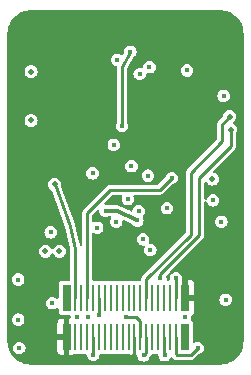
<source format=gbr>
%TF.GenerationSoftware,KiCad,Pcbnew,8.0.0*%
%TF.CreationDate,2024-02-29T09:48:21+03:00*%
%TF.ProjectId,micro17,6d696372-6f31-4372-9e6b-696361645f70,rev?*%
%TF.SameCoordinates,Original*%
%TF.FileFunction,Copper,L4,Bot*%
%TF.FilePolarity,Positive*%
%FSLAX46Y46*%
G04 Gerber Fmt 4.6, Leading zero omitted, Abs format (unit mm)*
G04 Created by KiCad (PCBNEW 8.0.0) date 2024-02-29 09:48:21*
%MOMM*%
%LPD*%
G01*
G04 APERTURE LIST*
%TA.AperFunction,SMDPad,CuDef*%
%ADD10R,0.750000X2.300000*%
%TD*%
%TA.AperFunction,SMDPad,CuDef*%
%ADD11R,0.250000X2.300000*%
%TD*%
%TA.AperFunction,ViaPad*%
%ADD12C,0.450000*%
%TD*%
%TA.AperFunction,ViaPad*%
%ADD13C,0.500000*%
%TD*%
%TA.AperFunction,Conductor*%
%ADD14C,0.250000*%
%TD*%
%TA.AperFunction,Conductor*%
%ADD15C,0.300000*%
%TD*%
G04 APERTURE END LIST*
D10*
%TO.P,J5,1,Pin_1*%
%TO.N,unconnected-(J5-Pin_1-Pad1)*%
X195000000Y-77650000D03*
%TO.P,J5,2,Pin_2*%
%TO.N,GND*%
X195000000Y-74350000D03*
D11*
%TO.P,J5,3,Pin_3*%
%TO.N,PTT_IN*%
X194250000Y-77650000D03*
%TO.P,J5,4,Pin_4*%
%TO.N,PTT_OUT*%
X194250000Y-74350000D03*
%TO.P,J5,5,Pin_5*%
%TO.N,unconnected-(J5-Pin_5-Pad5)*%
X193750000Y-77650000D03*
%TO.P,J5,6,Pin_6*%
%TO.N,unconnected-(J5-Pin_6-Pad6)*%
X193750000Y-74350000D03*
%TO.P,J5,7,Pin_7*%
%TO.N,AUDIO_IN*%
X193250000Y-77650000D03*
%TO.P,J5,8,Pin_8*%
%TO.N,unconnected-(J5-Pin_8-Pad8)*%
X193250000Y-74350000D03*
%TO.P,J5,9,Pin_9*%
%TO.N,unconnected-(J5-Pin_9-Pad9)*%
X192750000Y-77650000D03*
%TO.P,J5,10,Pin_10*%
%TO.N,unconnected-(J5-Pin_10-Pad10)*%
X192750000Y-74350000D03*
%TO.P,J5,11,Pin_11*%
%TO.N,unconnected-(J5-Pin_11-Pad11)*%
X192250000Y-77650000D03*
%TO.P,J5,12,Pin_12*%
%TO.N,unconnected-(J5-Pin_12-Pad12)*%
X192250000Y-74350000D03*
%TO.P,J5,13,Pin_13*%
%TO.N,BASEBAND_OUT_FILT*%
X191750000Y-77650000D03*
%TO.P,J5,14,Pin_14*%
%TO.N,MCU_RX*%
X191750000Y-74350000D03*
%TO.P,J5,15,Pin_15*%
%TO.N,MCU_TX*%
X191250000Y-77650000D03*
%TO.P,J5,16,Pin_16*%
%TO.N,unconnected-(J5-Pin_16-Pad16)*%
X191250000Y-74350000D03*
%TO.P,J5,17,Pin_17*%
%TO.N,GND*%
X190750000Y-77650000D03*
%TO.P,J5,18,Pin_18*%
%TO.N,unconnected-(J5-Pin_18-Pad18)*%
X190750000Y-74350000D03*
%TO.P,J5,19,Pin_19*%
%TO.N,unconnected-(J5-Pin_19-Pad19)*%
X190250000Y-77650000D03*
%TO.P,J5,20,Pin_20*%
%TO.N,unconnected-(J5-Pin_20-Pad20)*%
X190250000Y-74350000D03*
%TO.P,J5,21,Pin_21*%
%TO.N,unconnected-(J5-Pin_21-Pad21)*%
X189750000Y-77650000D03*
%TO.P,J5,22,Pin_22*%
%TO.N,unconnected-(J5-Pin_22-Pad22)*%
X189750000Y-74350000D03*
%TO.P,J5,23,Pin_23*%
%TO.N,unconnected-(J5-Pin_23-Pad23)*%
X189250000Y-77650000D03*
%TO.P,J5,24,Pin_24*%
%TO.N,unconnected-(J5-Pin_24-Pad24)*%
X189250000Y-74350000D03*
%TO.P,J5,25,Pin_25*%
%TO.N,unconnected-(J5-Pin_25-Pad25)*%
X188750000Y-77650000D03*
%TO.P,J5,26,Pin_26*%
%TO.N,unconnected-(J5-Pin_26-Pad26)*%
X188750000Y-74350000D03*
%TO.P,J5,27,Pin_27*%
%TO.N,unconnected-(J5-Pin_27-Pad27)*%
X188250000Y-77650000D03*
%TO.P,J5,28,Pin_28*%
%TO.N,unconnected-(J5-Pin_28-Pad28)*%
X188250000Y-74350000D03*
%TO.P,J5,29,Pin_29*%
%TO.N,unconnected-(J5-Pin_29-Pad29)*%
X187750000Y-77650000D03*
%TO.P,J5,30,Pin_30*%
%TO.N,AUDIO_OUT_FILT*%
X187750000Y-74350000D03*
%TO.P,J5,31,Pin_31*%
%TO.N,BASEBAND_IN*%
X187250000Y-77650000D03*
%TO.P,J5,32,Pin_32*%
%TO.N,unconnected-(J5-Pin_32-Pad32)*%
X187250000Y-74350000D03*
%TO.P,J5,33,Pin_33*%
%TO.N,unconnected-(J5-Pin_33-Pad33)*%
X186750000Y-77650000D03*
%TO.P,J5,34,Pin_34*%
%TO.N,AUDIO_OUT_MUTE*%
X186750000Y-74350000D03*
%TO.P,J5,35,Pin_35*%
%TO.N,unconnected-(J5-Pin_35-Pad35)*%
X186250000Y-77650000D03*
%TO.P,J5,36,Pin_36*%
%TO.N,unconnected-(J5-Pin_36-Pad36)*%
X186250000Y-74350000D03*
%TO.P,J5,37,Pin_37*%
%TO.N,unconnected-(J5-Pin_37-Pad37)*%
X185750000Y-77650000D03*
%TO.P,J5,38,Pin_38*%
%TO.N,Net-(J5-Pin_38)*%
X185750000Y-74350000D03*
D10*
%TO.P,J5,39,Pin_39*%
%TO.N,GND*%
X185000000Y-77650000D03*
%TO.P,J5,40,Pin_40*%
%TO.N,unconnected-(J5-Pin_40-Pad40)*%
X185000000Y-74350000D03*
%TD*%
D12*
%TO.N,GND*%
X191000000Y-71900000D03*
D13*
X183000000Y-53000000D03*
X197000000Y-73000000D03*
X182000000Y-75250000D03*
X180750000Y-70000000D03*
X181000000Y-68500000D03*
X188750000Y-69500000D03*
X198250000Y-65750000D03*
X198750000Y-63250000D03*
X183000000Y-73000000D03*
X181000000Y-75000000D03*
X199100000Y-79100000D03*
X199000000Y-53000000D03*
X199000000Y-51000000D03*
X185000000Y-55000000D03*
X187000000Y-55000000D03*
X181000000Y-65000000D03*
X181000000Y-63000000D03*
X181000000Y-61000000D03*
X181000000Y-59000000D03*
X181000000Y-57000000D03*
X181000000Y-55000000D03*
X181000000Y-53000000D03*
X185000000Y-53000000D03*
X187000000Y-53000000D03*
X187000000Y-51000000D03*
X185000000Y-51000000D03*
X183000000Y-51000000D03*
X181000000Y-51000000D03*
X185000000Y-60000000D03*
D12*
X186500000Y-79400000D03*
X182960000Y-59312499D03*
X183960000Y-60012499D03*
%TO.N,PTT_IN*%
X196100000Y-78600000D03*
%TO.N,GND*%
X192000000Y-57500000D03*
X197300000Y-72000000D03*
D13*
X189700000Y-79500000D03*
D12*
X194000000Y-61500000D03*
X192000000Y-59500000D03*
X194000000Y-57300000D03*
X197800000Y-78400000D03*
X189000000Y-64500000D03*
X186100000Y-68400000D03*
X196000000Y-59500000D03*
X196000000Y-61500000D03*
X190300000Y-55300000D03*
X194400000Y-54800000D03*
X191400000Y-68500000D03*
X192000000Y-61500000D03*
X198800000Y-54600000D03*
X196000000Y-57500000D03*
X196400000Y-74700000D03*
D13*
X182300000Y-70300000D03*
D12*
X194800000Y-65900000D03*
%TO.N,+3V3*%
X191200000Y-55400000D03*
X198300000Y-57250000D03*
D13*
X182000000Y-55212499D03*
D12*
X187200000Y-63800000D03*
D13*
X197350000Y-64290000D03*
D12*
X183650000Y-68800000D03*
X183800000Y-74800000D03*
%TO.N,+5V*%
X197400000Y-66100000D03*
X189200000Y-67900000D03*
X191475000Y-69397760D03*
D13*
X182000000Y-59312499D03*
D12*
X195000000Y-76000000D03*
%TO.N,Net-(U4B-+)*%
X191000000Y-67800000D03*
X188301409Y-66976409D03*
%TO.N,/MCU/~{RST}*%
X190400000Y-53500000D03*
X189700000Y-59800000D03*
%TO.N,Net-(C16-Pad2)*%
X190200000Y-66000000D03*
X187600000Y-68400000D03*
%TO.N,Net-(U5A-P0A)*%
X180900000Y-76200000D03*
X192100000Y-70300000D03*
X193501316Y-66750000D03*
%TO.N,Net-(U5B-P1A)*%
X180900000Y-72800000D03*
X198100000Y-67900000D03*
%TO.N,Net-(U5C-P2W)*%
X198467935Y-74499604D03*
X185900000Y-76000000D03*
%TO.N,I2C_SDA*%
X192023768Y-54823768D03*
D13*
X183200000Y-70400000D03*
D12*
%TO.N,PTT_OUT*%
X191900000Y-64000000D03*
X194250000Y-72700000D03*
%TO.N,AUDIO_OUT_MUTE*%
X193900000Y-64200000D03*
%TO.N,BASEBAND_IN_FILT*%
X189000000Y-61400000D03*
X191100000Y-67000000D03*
%TO.N,BASEBAND_OUT*%
X190500000Y-63200000D03*
X186800000Y-76000000D03*
%TO.N,I2C_SCL*%
X195200000Y-55100000D03*
D13*
X184400000Y-70400000D03*
D12*
%TO.N,AUDIO_OUT_FILT*%
X187750000Y-75775000D03*
X181000000Y-78597151D03*
%TO.N,BASEBAND_IN*%
X187250000Y-79150000D03*
%TO.N,BASEBAND_OUT_FILT*%
X191525000Y-79225000D03*
%TO.N,AUDIO_IN*%
X193300000Y-79200000D03*
%TO.N,PTT_IN*%
X189300000Y-54200000D03*
%TO.N,MCU_TX*%
X190000000Y-75950000D03*
D13*
X198900000Y-60100000D03*
D12*
X192950000Y-72700000D03*
D13*
%TO.N,MCU_RX*%
X198800000Y-59000000D03*
%TO.N,Net-(J5-Pin_38)*%
X184000000Y-64750000D03*
%TD*%
D14*
%TO.N,MCU_TX*%
X192950000Y-72350000D02*
X192950000Y-72700000D01*
X196250000Y-69050000D02*
X192950000Y-72350000D01*
X196250000Y-64172867D02*
X196250000Y-69050000D01*
X198900000Y-61522867D02*
X196250000Y-64172867D01*
X198900000Y-60100000D02*
X198900000Y-61522867D01*
%TO.N,MCU_RX*%
X198200000Y-59600000D02*
X198800000Y-59000000D01*
X195500000Y-69000000D02*
X195500000Y-63750000D01*
X191750000Y-72750000D02*
X195500000Y-69000000D01*
X195500000Y-63750000D02*
X198200000Y-61050000D01*
X198200000Y-61050000D02*
X198200000Y-59600000D01*
X191750000Y-74350000D02*
X191750000Y-72750000D01*
%TO.N,/MCU/~{RST}*%
X189700000Y-54800000D02*
X190400000Y-53500000D01*
X189700000Y-59800000D02*
X189700000Y-54800000D01*
%TO.N,Net-(J5-Pin_38)*%
X184000000Y-64750000D02*
X185300000Y-68250000D01*
X185300000Y-68250000D02*
X185750000Y-70250000D01*
X185750000Y-70250000D02*
X185750000Y-74350000D01*
D15*
%TO.N,Net-(U4B-+)*%
X189250000Y-66976409D02*
X191000000Y-67800000D01*
X188301409Y-66976409D02*
X189250000Y-66976409D01*
D14*
%TO.N,AUDIO_OUT_MUTE*%
X186750000Y-67150000D02*
X186750000Y-74350000D01*
X188700000Y-65200000D02*
X186750000Y-67150000D01*
X193900000Y-64200000D02*
X192900000Y-65200000D01*
X192900000Y-65200000D02*
X188700000Y-65200000D01*
%TO.N,MCU_TX*%
X190875000Y-75950000D02*
X191250000Y-76325000D01*
X190000000Y-75950000D02*
X190875000Y-75950000D01*
X191250000Y-76325000D02*
X191250000Y-77650000D01*
%TO.N,GND*%
X190750000Y-79075000D02*
X190325000Y-79500000D01*
X190325000Y-79500000D02*
X189700000Y-79500000D01*
X190750000Y-77650000D02*
X190750000Y-79075000D01*
%TO.N,PTT_OUT*%
X194250000Y-72700000D02*
X194250000Y-74350000D01*
%TO.N,AUDIO_OUT_FILT*%
X187750000Y-75775000D02*
X187750000Y-74350000D01*
%TO.N,BASEBAND_IN*%
X187250000Y-79150000D02*
X187250000Y-77650000D01*
%TO.N,BASEBAND_OUT_FILT*%
X191750000Y-79050000D02*
X191750000Y-77650000D01*
X191525000Y-79225000D02*
X191750000Y-79050000D01*
%TO.N,AUDIO_IN*%
X193250000Y-79150000D02*
X193300000Y-79200000D01*
X193250000Y-77650000D02*
X193250000Y-79150000D01*
%TO.N,PTT_IN*%
X194375000Y-79200000D02*
X195500000Y-79200000D01*
X194250000Y-79075000D02*
X194375000Y-79200000D01*
X194250000Y-77650000D02*
X194250000Y-79075000D01*
X195500000Y-79200000D02*
X196100000Y-78600000D01*
%TD*%
%TA.AperFunction,Conductor*%
%TO.N,GND*%
G36*
X198003886Y-50000277D02*
G01*
X198276859Y-50019801D01*
X198292237Y-50022011D01*
X198555845Y-50079356D01*
X198570764Y-50083736D01*
X198823532Y-50178014D01*
X198837676Y-50184474D01*
X199074440Y-50313757D01*
X199087523Y-50322165D01*
X199303476Y-50483826D01*
X199315230Y-50494010D01*
X199505989Y-50684769D01*
X199516173Y-50696523D01*
X199677834Y-50912476D01*
X199686242Y-50925559D01*
X199815525Y-51162323D01*
X199821986Y-51176469D01*
X199916262Y-51429233D01*
X199920643Y-51444155D01*
X199977986Y-51707754D01*
X199980199Y-51723148D01*
X199999722Y-51996113D01*
X200000000Y-52003889D01*
X200000000Y-77996110D01*
X199999722Y-78003886D01*
X199980199Y-78276851D01*
X199977986Y-78292245D01*
X199920643Y-78555844D01*
X199916262Y-78570766D01*
X199821986Y-78823530D01*
X199815525Y-78837676D01*
X199686242Y-79074440D01*
X199677834Y-79087523D01*
X199516173Y-79303476D01*
X199505989Y-79315230D01*
X199315230Y-79505989D01*
X199303476Y-79516173D01*
X199087523Y-79677834D01*
X199074440Y-79686242D01*
X198837676Y-79815525D01*
X198823530Y-79821986D01*
X198570766Y-79916262D01*
X198555844Y-79920643D01*
X198292245Y-79977986D01*
X198276851Y-79980199D01*
X198003887Y-79999722D01*
X197996111Y-80000000D01*
X182003889Y-80000000D01*
X181996113Y-79999722D01*
X181723148Y-79980199D01*
X181707754Y-79977986D01*
X181444155Y-79920643D01*
X181429233Y-79916262D01*
X181176469Y-79821986D01*
X181162323Y-79815525D01*
X180925559Y-79686242D01*
X180912476Y-79677834D01*
X180696523Y-79516173D01*
X180684769Y-79505989D01*
X180494010Y-79315230D01*
X180483826Y-79303476D01*
X180477309Y-79294771D01*
X180322165Y-79087523D01*
X180313757Y-79074440D01*
X180184474Y-78837676D01*
X180178013Y-78823530D01*
X180145805Y-78737178D01*
X180093579Y-78597153D01*
X180469965Y-78597153D01*
X180488024Y-78734329D01*
X180488026Y-78734336D01*
X180540974Y-78862165D01*
X180540976Y-78862169D01*
X180589300Y-78925146D01*
X180625209Y-78971942D01*
X180625213Y-78971945D01*
X180625214Y-78971946D01*
X180628914Y-78974785D01*
X180734982Y-79056175D01*
X180793475Y-79080403D01*
X180862814Y-79109124D01*
X180862821Y-79109126D01*
X180999997Y-79127186D01*
X181000000Y-79127186D01*
X181000003Y-79127186D01*
X181137178Y-79109126D01*
X181137180Y-79109125D01*
X181137183Y-79109125D01*
X181265018Y-79056175D01*
X181374791Y-78971942D01*
X181459024Y-78862169D01*
X181471734Y-78831483D01*
X184225001Y-78831483D01*
X184239834Y-78925146D01*
X184297359Y-79038045D01*
X184386954Y-79127640D01*
X184499854Y-79185165D01*
X184593518Y-79199999D01*
X184750000Y-79199999D01*
X184750000Y-77900001D01*
X184749999Y-77900000D01*
X184225002Y-77900000D01*
X184225001Y-77900001D01*
X184225001Y-78831483D01*
X181471734Y-78831483D01*
X181511974Y-78734334D01*
X181529661Y-78599997D01*
X181530035Y-78597153D01*
X181530035Y-78597148D01*
X181511975Y-78459972D01*
X181511973Y-78459965D01*
X181459023Y-78332132D01*
X181374795Y-78222365D01*
X181374794Y-78222364D01*
X181374791Y-78222360D01*
X181374786Y-78222356D01*
X181374785Y-78222355D01*
X181265018Y-78138127D01*
X181265014Y-78138125D01*
X181137185Y-78085177D01*
X181137178Y-78085175D01*
X181000003Y-78067116D01*
X180999997Y-78067116D01*
X180862821Y-78085175D01*
X180862814Y-78085177D01*
X180734981Y-78138127D01*
X180625214Y-78222355D01*
X180625204Y-78222365D01*
X180540976Y-78332132D01*
X180488026Y-78459965D01*
X180488024Y-78459972D01*
X180469965Y-78597148D01*
X180469965Y-78597153D01*
X180093579Y-78597153D01*
X180083736Y-78570764D01*
X180079356Y-78555844D01*
X180059120Y-78462821D01*
X180022011Y-78292237D01*
X180019801Y-78276859D01*
X180000278Y-78003886D01*
X180000000Y-77996110D01*
X180000000Y-77399999D01*
X184225000Y-77399999D01*
X184225001Y-77400000D01*
X184749999Y-77400000D01*
X184750000Y-77399999D01*
X184750000Y-76100001D01*
X184749999Y-76100000D01*
X184593522Y-76100000D01*
X184593516Y-76100001D01*
X184499853Y-76114834D01*
X184386954Y-76172359D01*
X184297359Y-76261954D01*
X184239834Y-76374853D01*
X184239834Y-76374854D01*
X184225000Y-76468517D01*
X184225000Y-77399999D01*
X180000000Y-77399999D01*
X180000000Y-76200002D01*
X180369965Y-76200002D01*
X180388024Y-76337178D01*
X180388026Y-76337185D01*
X180436885Y-76455141D01*
X180440976Y-76465018D01*
X180525209Y-76574791D01*
X180634982Y-76659024D01*
X180698899Y-76685499D01*
X180762814Y-76711973D01*
X180762821Y-76711975D01*
X180899997Y-76730035D01*
X180900000Y-76730035D01*
X180900003Y-76730035D01*
X181037178Y-76711975D01*
X181037180Y-76711974D01*
X181037183Y-76711974D01*
X181165018Y-76659024D01*
X181274791Y-76574791D01*
X181359024Y-76465018D01*
X181411974Y-76337183D01*
X181421879Y-76261954D01*
X181430035Y-76200002D01*
X181430035Y-76199997D01*
X181411975Y-76062821D01*
X181411973Y-76062814D01*
X181379541Y-75984515D01*
X181359024Y-75934983D01*
X181359023Y-75934982D01*
X181359023Y-75934981D01*
X181274795Y-75825214D01*
X181274794Y-75825213D01*
X181274791Y-75825209D01*
X181274786Y-75825205D01*
X181274785Y-75825204D01*
X181165018Y-75740976D01*
X181165014Y-75740974D01*
X181037185Y-75688026D01*
X181037178Y-75688024D01*
X180900003Y-75669965D01*
X180899997Y-75669965D01*
X180762821Y-75688024D01*
X180762814Y-75688026D01*
X180634981Y-75740976D01*
X180525214Y-75825204D01*
X180525204Y-75825214D01*
X180440976Y-75934981D01*
X180388026Y-76062814D01*
X180388024Y-76062821D01*
X180369965Y-76199997D01*
X180369965Y-76200002D01*
X180000000Y-76200002D01*
X180000000Y-74800002D01*
X183269965Y-74800002D01*
X183288024Y-74937178D01*
X183288026Y-74937185D01*
X183340974Y-75065014D01*
X183340976Y-75065018D01*
X183423052Y-75171981D01*
X183425209Y-75174791D01*
X183534982Y-75259024D01*
X183587903Y-75280944D01*
X183662814Y-75311973D01*
X183662821Y-75311975D01*
X183799997Y-75330035D01*
X183800000Y-75330035D01*
X183800003Y-75330035D01*
X183937178Y-75311975D01*
X183937180Y-75311974D01*
X183937183Y-75311974D01*
X184065018Y-75259024D01*
X184149148Y-75194467D01*
X184212645Y-75171981D01*
X184277237Y-75191113D01*
X184318247Y-75244558D01*
X184324500Y-75280944D01*
X184324500Y-75544858D01*
X184324502Y-75544879D01*
X184327414Y-75569988D01*
X184327414Y-75569990D01*
X184327415Y-75569991D01*
X184372794Y-75672765D01*
X184452235Y-75752206D01*
X184555009Y-75797585D01*
X184580135Y-75800500D01*
X185271939Y-75800499D01*
X185336007Y-75821316D01*
X185375604Y-75875816D01*
X185380006Y-75923727D01*
X185369276Y-76005228D01*
X185340275Y-76066031D01*
X185281072Y-76098175D01*
X185261209Y-76100000D01*
X185250001Y-76100000D01*
X185250000Y-76100001D01*
X185250000Y-79199998D01*
X185250001Y-79199999D01*
X185406478Y-79199999D01*
X185406483Y-79199998D01*
X185500146Y-79185165D01*
X185613048Y-79127638D01*
X185619987Y-79122598D01*
X185622029Y-79125409D01*
X185668286Y-79101841D01*
X185685328Y-79100499D01*
X185919864Y-79100499D01*
X185928088Y-79099545D01*
X185944987Y-79097586D01*
X185944988Y-79097585D01*
X185944991Y-79097585D01*
X185955971Y-79092736D01*
X186022986Y-79085899D01*
X186044024Y-79092735D01*
X186055009Y-79097585D01*
X186080135Y-79100500D01*
X186419864Y-79100499D01*
X186428088Y-79099545D01*
X186444987Y-79097586D01*
X186444988Y-79097585D01*
X186444991Y-79097585D01*
X186455971Y-79092736D01*
X186522986Y-79085899D01*
X186544024Y-79092735D01*
X186555009Y-79097585D01*
X186580135Y-79100500D01*
X186617856Y-79100499D01*
X186681923Y-79121315D01*
X186721521Y-79175814D01*
X186725924Y-79195271D01*
X186738024Y-79287177D01*
X186738026Y-79287185D01*
X186790974Y-79415014D01*
X186790976Y-79415018D01*
X186860781Y-79505989D01*
X186875209Y-79524791D01*
X186875213Y-79524794D01*
X186875214Y-79524795D01*
X186895663Y-79540486D01*
X186984982Y-79609024D01*
X187048899Y-79635499D01*
X187112814Y-79661973D01*
X187112821Y-79661975D01*
X187249997Y-79680035D01*
X187250000Y-79680035D01*
X187250003Y-79680035D01*
X187387178Y-79661975D01*
X187387180Y-79661974D01*
X187387183Y-79661974D01*
X187515018Y-79609024D01*
X187624791Y-79524791D01*
X187709024Y-79415018D01*
X187761974Y-79287183D01*
X187761975Y-79287177D01*
X187774075Y-79195272D01*
X187803076Y-79134468D01*
X187862278Y-79102324D01*
X187882142Y-79100499D01*
X187919858Y-79100499D01*
X187919864Y-79100499D01*
X187928088Y-79099545D01*
X187944987Y-79097586D01*
X187944988Y-79097585D01*
X187944991Y-79097585D01*
X187955971Y-79092736D01*
X188022986Y-79085899D01*
X188044024Y-79092735D01*
X188055009Y-79097585D01*
X188080135Y-79100500D01*
X188419864Y-79100499D01*
X188428088Y-79099545D01*
X188444987Y-79097586D01*
X188444988Y-79097585D01*
X188444991Y-79097585D01*
X188455971Y-79092736D01*
X188522986Y-79085899D01*
X188544024Y-79092735D01*
X188555009Y-79097585D01*
X188580135Y-79100500D01*
X188919864Y-79100499D01*
X188928088Y-79099545D01*
X188944987Y-79097586D01*
X188944988Y-79097585D01*
X188944991Y-79097585D01*
X188955971Y-79092736D01*
X189022986Y-79085899D01*
X189044024Y-79092735D01*
X189055009Y-79097585D01*
X189080135Y-79100500D01*
X189419864Y-79100499D01*
X189428088Y-79099545D01*
X189444987Y-79097586D01*
X189444988Y-79097585D01*
X189444991Y-79097585D01*
X189455971Y-79092736D01*
X189522986Y-79085899D01*
X189544024Y-79092735D01*
X189555009Y-79097585D01*
X189580135Y-79100500D01*
X189919864Y-79100499D01*
X189928088Y-79099545D01*
X189944987Y-79097586D01*
X189944988Y-79097585D01*
X189944991Y-79097585D01*
X189955971Y-79092736D01*
X190022986Y-79085899D01*
X190044024Y-79092735D01*
X190055009Y-79097585D01*
X190080135Y-79100500D01*
X190314663Y-79100499D01*
X190378731Y-79121316D01*
X190381481Y-79123664D01*
X190386951Y-79127639D01*
X190499854Y-79185165D01*
X190593519Y-79199999D01*
X190625000Y-79199999D01*
X190625000Y-79000754D01*
X190634285Y-78956731D01*
X190650288Y-78920488D01*
X190695206Y-78870290D01*
X190761056Y-78856079D01*
X190822682Y-78883288D01*
X190849711Y-78920488D01*
X190865712Y-78956725D01*
X190875000Y-79000754D01*
X190875000Y-79199998D01*
X190875001Y-79199999D01*
X190896083Y-79199999D01*
X190960152Y-79220816D01*
X190999748Y-79275316D01*
X191004150Y-79294771D01*
X191013024Y-79362178D01*
X191013026Y-79362185D01*
X191065974Y-79490014D01*
X191065976Y-79490018D01*
X191131028Y-79574795D01*
X191150209Y-79599791D01*
X191150213Y-79599794D01*
X191150214Y-79599795D01*
X191162243Y-79609025D01*
X191259982Y-79684024D01*
X191265337Y-79686242D01*
X191387814Y-79736973D01*
X191387821Y-79736975D01*
X191524997Y-79755035D01*
X191525000Y-79755035D01*
X191525003Y-79755035D01*
X191662178Y-79736975D01*
X191662180Y-79736974D01*
X191662183Y-79736974D01*
X191790018Y-79684024D01*
X191899791Y-79599791D01*
X191984024Y-79490018D01*
X192023703Y-79394219D01*
X192051558Y-79357679D01*
X192050429Y-79356565D01*
X192055445Y-79351481D01*
X192055450Y-79351478D01*
X192067053Y-79336147D01*
X192076880Y-79324866D01*
X192090485Y-79311263D01*
X192101859Y-79291560D01*
X192109344Y-79280281D01*
X192123068Y-79262152D01*
X192123071Y-79262146D01*
X192130312Y-79244334D01*
X192136883Y-79230896D01*
X192146503Y-79214237D01*
X192152392Y-79192256D01*
X192156698Y-79179435D01*
X192161169Y-79168438D01*
X192204587Y-79116932D01*
X192262140Y-79100499D01*
X192419858Y-79100499D01*
X192419864Y-79100499D01*
X192428088Y-79099545D01*
X192444987Y-79097586D01*
X192444988Y-79097585D01*
X192444991Y-79097585D01*
X192455971Y-79092736D01*
X192522986Y-79085899D01*
X192544024Y-79092735D01*
X192555009Y-79097585D01*
X192580135Y-79100500D01*
X192661274Y-79100499D01*
X192725342Y-79121315D01*
X192764939Y-79175815D01*
X192769341Y-79195271D01*
X192788024Y-79337177D01*
X192788026Y-79337185D01*
X192840974Y-79465014D01*
X192840976Y-79465018D01*
X192898884Y-79540485D01*
X192925209Y-79574791D01*
X193034982Y-79659024D01*
X193095341Y-79684025D01*
X193162814Y-79711973D01*
X193162821Y-79711975D01*
X193299997Y-79730035D01*
X193300000Y-79730035D01*
X193300003Y-79730035D01*
X193437178Y-79711975D01*
X193437180Y-79711974D01*
X193437183Y-79711974D01*
X193565018Y-79659024D01*
X193674791Y-79574791D01*
X193759024Y-79465018D01*
X193778386Y-79418272D01*
X193822133Y-79367049D01*
X193887637Y-79351321D01*
X193949876Y-79377099D01*
X193956149Y-79382897D01*
X194113737Y-79540485D01*
X194210763Y-79596503D01*
X194318982Y-79625500D01*
X195556018Y-79625500D01*
X195664237Y-79596503D01*
X195761263Y-79540485D01*
X196156424Y-79145322D01*
X196216446Y-79114741D01*
X196219205Y-79114340D01*
X196237183Y-79111974D01*
X196365018Y-79059024D01*
X196474791Y-78974791D01*
X196559024Y-78865018D01*
X196611974Y-78737183D01*
X196630035Y-78600000D01*
X196630035Y-78599997D01*
X196611975Y-78462821D01*
X196611973Y-78462814D01*
X196559023Y-78334981D01*
X196474795Y-78225214D01*
X196474794Y-78225213D01*
X196474791Y-78225209D01*
X196474786Y-78225205D01*
X196474785Y-78225204D01*
X196365018Y-78140976D01*
X196365014Y-78140974D01*
X196237185Y-78088026D01*
X196237178Y-78088024D01*
X196100003Y-78069965D01*
X196099997Y-78069965D01*
X195962821Y-78088024D01*
X195962814Y-78088026D01*
X195828382Y-78143710D01*
X195827318Y-78141142D01*
X195773089Y-78152661D01*
X195711552Y-78125252D01*
X195677878Y-78066907D01*
X195675499Y-78044260D01*
X195675499Y-76455141D01*
X195675498Y-76455135D01*
X195672585Y-76430009D01*
X195627206Y-76327235D01*
X195547765Y-76247794D01*
X195540661Y-76240690D01*
X195510078Y-76180666D01*
X195511981Y-76144389D01*
X195511042Y-76144266D01*
X195530035Y-76000002D01*
X195530035Y-75999997D01*
X195524043Y-75954489D01*
X195536318Y-75888251D01*
X195582625Y-75843140D01*
X195613046Y-75827639D01*
X195702640Y-75738045D01*
X195760165Y-75625146D01*
X195760165Y-75625145D01*
X195774999Y-75531482D01*
X195775000Y-75531480D01*
X195775000Y-74600001D01*
X195774999Y-74600000D01*
X194859000Y-74600000D01*
X194794931Y-74579183D01*
X194755335Y-74524683D01*
X194751363Y-74499606D01*
X197937900Y-74499606D01*
X197955959Y-74636782D01*
X197955961Y-74636789D01*
X198008909Y-74764618D01*
X198008911Y-74764622D01*
X198036055Y-74799997D01*
X198093144Y-74874395D01*
X198202917Y-74958628D01*
X198266834Y-74985103D01*
X198330749Y-75011577D01*
X198330756Y-75011579D01*
X198467932Y-75029639D01*
X198467935Y-75029639D01*
X198467938Y-75029639D01*
X198605113Y-75011579D01*
X198605115Y-75011578D01*
X198605118Y-75011578D01*
X198732953Y-74958628D01*
X198842726Y-74874395D01*
X198926959Y-74764622D01*
X198979909Y-74636787D01*
X198984753Y-74600000D01*
X198997970Y-74499606D01*
X198997970Y-74499601D01*
X198979910Y-74362425D01*
X198979908Y-74362418D01*
X198926958Y-74234585D01*
X198842730Y-74124818D01*
X198842729Y-74124817D01*
X198842726Y-74124813D01*
X198842721Y-74124809D01*
X198842720Y-74124808D01*
X198732953Y-74040580D01*
X198732949Y-74040578D01*
X198605120Y-73987630D01*
X198605113Y-73987628D01*
X198467938Y-73969569D01*
X198467932Y-73969569D01*
X198330756Y-73987628D01*
X198330749Y-73987630D01*
X198202916Y-74040580D01*
X198093149Y-74124808D01*
X198093139Y-74124818D01*
X198008911Y-74234585D01*
X197955961Y-74362418D01*
X197955959Y-74362425D01*
X197937900Y-74499601D01*
X197937900Y-74499606D01*
X194751363Y-74499606D01*
X194750000Y-74491000D01*
X194750000Y-74099999D01*
X195250000Y-74099999D01*
X195250001Y-74100000D01*
X195774998Y-74100000D01*
X195774999Y-74099999D01*
X195774999Y-73168522D01*
X195774998Y-73168516D01*
X195760165Y-73074853D01*
X195702640Y-72961954D01*
X195613045Y-72872359D01*
X195500145Y-72814834D01*
X195406482Y-72800000D01*
X195250001Y-72800000D01*
X195250000Y-72800001D01*
X195250000Y-74099999D01*
X194750000Y-74099999D01*
X194750000Y-72887772D01*
X194758298Y-72846058D01*
X194761973Y-72837185D01*
X194761975Y-72837178D01*
X194780035Y-72700002D01*
X194780035Y-72699997D01*
X194761975Y-72562821D01*
X194761973Y-72562814D01*
X194709023Y-72434981D01*
X194624795Y-72325214D01*
X194624794Y-72325213D01*
X194624791Y-72325209D01*
X194624786Y-72325205D01*
X194624785Y-72325204D01*
X194515018Y-72240976D01*
X194515014Y-72240974D01*
X194387185Y-72188026D01*
X194387178Y-72188024D01*
X194250003Y-72169965D01*
X194249997Y-72169965D01*
X194112821Y-72188024D01*
X194112814Y-72188026D01*
X193984984Y-72240975D01*
X193910922Y-72297805D01*
X193868461Y-72312840D01*
X193847805Y-72360922D01*
X193790975Y-72434984D01*
X193738026Y-72562814D01*
X193738024Y-72562821D01*
X193719965Y-72699997D01*
X193719965Y-72700003D01*
X193730006Y-72776273D01*
X193717730Y-72842510D01*
X193668865Y-72888882D01*
X193621939Y-72899500D01*
X193578060Y-72899500D01*
X193513991Y-72878683D01*
X193474395Y-72824183D01*
X193469993Y-72776271D01*
X193480035Y-72700001D01*
X193480035Y-72699997D01*
X193461975Y-72562821D01*
X193461974Y-72562817D01*
X193461973Y-72562814D01*
X193453806Y-72543099D01*
X193448520Y-72475944D01*
X193477432Y-72424314D01*
X193684256Y-72217490D01*
X193740280Y-72188945D01*
X193740056Y-72180371D01*
X193767490Y-72134256D01*
X196590485Y-69311263D01*
X196646503Y-69214237D01*
X196675500Y-69106018D01*
X196675500Y-68993981D01*
X196675500Y-67900002D01*
X197569965Y-67900002D01*
X197588024Y-68037178D01*
X197588026Y-68037185D01*
X197640974Y-68165014D01*
X197640976Y-68165018D01*
X197721505Y-68269965D01*
X197725209Y-68274791D01*
X197834982Y-68359024D01*
X197864673Y-68371322D01*
X197962814Y-68411973D01*
X197962821Y-68411975D01*
X198099997Y-68430035D01*
X198100000Y-68430035D01*
X198100003Y-68430035D01*
X198237178Y-68411975D01*
X198237180Y-68411974D01*
X198237183Y-68411974D01*
X198365018Y-68359024D01*
X198474791Y-68274791D01*
X198559024Y-68165018D01*
X198611974Y-68037183D01*
X198613551Y-68025209D01*
X198630035Y-67900002D01*
X198630035Y-67899997D01*
X198611975Y-67762821D01*
X198611973Y-67762814D01*
X198559023Y-67634981D01*
X198474795Y-67525214D01*
X198474794Y-67525213D01*
X198474791Y-67525209D01*
X198474786Y-67525205D01*
X198474785Y-67525204D01*
X198365018Y-67440976D01*
X198365014Y-67440974D01*
X198237185Y-67388026D01*
X198237178Y-67388024D01*
X198100003Y-67369965D01*
X198099997Y-67369965D01*
X197962821Y-67388024D01*
X197962814Y-67388026D01*
X197834981Y-67440976D01*
X197725214Y-67525204D01*
X197725204Y-67525214D01*
X197640976Y-67634981D01*
X197588026Y-67762814D01*
X197588024Y-67762821D01*
X197569965Y-67899997D01*
X197569965Y-67900002D01*
X196675500Y-67900002D01*
X196675500Y-66271962D01*
X196696317Y-66207893D01*
X196750817Y-66168297D01*
X196818183Y-66168297D01*
X196872683Y-66207893D01*
X196883792Y-66231204D01*
X196885292Y-66230583D01*
X196940974Y-66365014D01*
X196940976Y-66365018D01*
X197021505Y-66469965D01*
X197025209Y-66474791D01*
X197134982Y-66559024D01*
X197172456Y-66574546D01*
X197262814Y-66611973D01*
X197262821Y-66611975D01*
X197399997Y-66630035D01*
X197400000Y-66630035D01*
X197400003Y-66630035D01*
X197537178Y-66611975D01*
X197537180Y-66611974D01*
X197537183Y-66611974D01*
X197665018Y-66559024D01*
X197774791Y-66474791D01*
X197859024Y-66365018D01*
X197911974Y-66237183D01*
X197912762Y-66231204D01*
X197930035Y-66100002D01*
X197930035Y-66099997D01*
X197911975Y-65962821D01*
X197911973Y-65962814D01*
X197859023Y-65834981D01*
X197774795Y-65725214D01*
X197774794Y-65725213D01*
X197774791Y-65725209D01*
X197774786Y-65725205D01*
X197774785Y-65725204D01*
X197665018Y-65640976D01*
X197665014Y-65640974D01*
X197537185Y-65588026D01*
X197537178Y-65588024D01*
X197400003Y-65569965D01*
X197399997Y-65569965D01*
X197262821Y-65588024D01*
X197262814Y-65588026D01*
X197134981Y-65640976D01*
X197025214Y-65725204D01*
X197025204Y-65725214D01*
X196940976Y-65834981D01*
X196885292Y-65969417D01*
X196882096Y-65968093D01*
X196853086Y-66012754D01*
X196790192Y-66036888D01*
X196725124Y-66019445D01*
X196682735Y-65967087D01*
X196675500Y-65928037D01*
X196675500Y-64636373D01*
X196696317Y-64572304D01*
X196750817Y-64532708D01*
X196818183Y-64532708D01*
X196870975Y-64570018D01*
X196939271Y-64659023D01*
X196957379Y-64682621D01*
X196957383Y-64682624D01*
X196957384Y-64682625D01*
X197072373Y-64770860D01*
X197072374Y-64770860D01*
X197072375Y-64770861D01*
X197127847Y-64793838D01*
X197206288Y-64826329D01*
X197206295Y-64826331D01*
X197349997Y-64845250D01*
X197350000Y-64845250D01*
X197350003Y-64845250D01*
X197493704Y-64826331D01*
X197493706Y-64826330D01*
X197493709Y-64826330D01*
X197627625Y-64770861D01*
X197742621Y-64682621D01*
X197830861Y-64567625D01*
X197886330Y-64433709D01*
X197894087Y-64374795D01*
X197905250Y-64290002D01*
X197905250Y-64289997D01*
X197886331Y-64146295D01*
X197886329Y-64146288D01*
X197830860Y-64012373D01*
X197742625Y-63897384D01*
X197742624Y-63897383D01*
X197742621Y-63897379D01*
X197742616Y-63897375D01*
X197742615Y-63897374D01*
X197627626Y-63809139D01*
X197487109Y-63750936D01*
X197488426Y-63747754D01*
X197443705Y-63718546D01*
X197419727Y-63655592D01*
X197437332Y-63590567D01*
X197451512Y-63573101D01*
X199240485Y-61784130D01*
X199296503Y-61687104D01*
X199325500Y-61578885D01*
X199325500Y-61466849D01*
X199325500Y-60486772D01*
X199346317Y-60422703D01*
X199348025Y-60420417D01*
X199380861Y-60377625D01*
X199436330Y-60243709D01*
X199445404Y-60174791D01*
X199455250Y-60100002D01*
X199455250Y-60099997D01*
X199436331Y-59956295D01*
X199436329Y-59956288D01*
X199380860Y-59822373D01*
X199292625Y-59707384D01*
X199292624Y-59707383D01*
X199292621Y-59707379D01*
X199292616Y-59707375D01*
X199292615Y-59707374D01*
X199177625Y-59619138D01*
X199170070Y-59616009D01*
X199118845Y-59572258D01*
X199103120Y-59506754D01*
X199128901Y-59444516D01*
X199145423Y-59428836D01*
X199192621Y-59392621D01*
X199280861Y-59277625D01*
X199336330Y-59143709D01*
X199355250Y-59000000D01*
X199355250Y-58999997D01*
X199336331Y-58856295D01*
X199336329Y-58856288D01*
X199280860Y-58722373D01*
X199192625Y-58607384D01*
X199192624Y-58607383D01*
X199192621Y-58607379D01*
X199192616Y-58607375D01*
X199192615Y-58607374D01*
X199077626Y-58519139D01*
X198943711Y-58463670D01*
X198943704Y-58463668D01*
X198800003Y-58444750D01*
X198799997Y-58444750D01*
X198656295Y-58463668D01*
X198656288Y-58463670D01*
X198522373Y-58519139D01*
X198407384Y-58607374D01*
X198407374Y-58607384D01*
X198319139Y-58722373D01*
X198263670Y-58856288D01*
X198263669Y-58856294D01*
X198256628Y-58909769D01*
X198227625Y-58970571D01*
X198225636Y-58972613D01*
X197938737Y-59259514D01*
X197859514Y-59338736D01*
X197803496Y-59435763D01*
X197774500Y-59543982D01*
X197774500Y-60828602D01*
X197753683Y-60892671D01*
X197742575Y-60905677D01*
X195238737Y-63409515D01*
X195238736Y-63409514D01*
X195159514Y-63488736D01*
X195103496Y-63585763D01*
X195074500Y-63693982D01*
X195074500Y-68778602D01*
X195053683Y-68842671D01*
X195042575Y-68855677D01*
X191488737Y-72409515D01*
X191488736Y-72409514D01*
X191409514Y-72488736D01*
X191353496Y-72585763D01*
X191324500Y-72693982D01*
X191324500Y-72790500D01*
X191303683Y-72854569D01*
X191249183Y-72894165D01*
X191215501Y-72899500D01*
X191080142Y-72899500D01*
X191080120Y-72899502D01*
X191055014Y-72902413D01*
X191055003Y-72902416D01*
X191044022Y-72907265D01*
X190977004Y-72914098D01*
X190955980Y-72907266D01*
X190944991Y-72902415D01*
X190919865Y-72899500D01*
X190919864Y-72899500D01*
X190580141Y-72899500D01*
X190580120Y-72899502D01*
X190555014Y-72902413D01*
X190555003Y-72902416D01*
X190544022Y-72907265D01*
X190477004Y-72914098D01*
X190455980Y-72907266D01*
X190444991Y-72902415D01*
X190419865Y-72899500D01*
X190419864Y-72899500D01*
X190080141Y-72899500D01*
X190080120Y-72899502D01*
X190055014Y-72902413D01*
X190055003Y-72902416D01*
X190044022Y-72907265D01*
X189977004Y-72914098D01*
X189955980Y-72907266D01*
X189944991Y-72902415D01*
X189919865Y-72899500D01*
X189919864Y-72899500D01*
X189580141Y-72899500D01*
X189580120Y-72899502D01*
X189555014Y-72902413D01*
X189555003Y-72902416D01*
X189544022Y-72907265D01*
X189477004Y-72914098D01*
X189455980Y-72907266D01*
X189444991Y-72902415D01*
X189419865Y-72899500D01*
X189419864Y-72899500D01*
X189080141Y-72899500D01*
X189080120Y-72899502D01*
X189055014Y-72902413D01*
X189055003Y-72902416D01*
X189044022Y-72907265D01*
X188977004Y-72914098D01*
X188955980Y-72907266D01*
X188944991Y-72902415D01*
X188919865Y-72899500D01*
X188919864Y-72899500D01*
X188580141Y-72899500D01*
X188580120Y-72899502D01*
X188555014Y-72902413D01*
X188555003Y-72902416D01*
X188544022Y-72907265D01*
X188477004Y-72914098D01*
X188455980Y-72907266D01*
X188444991Y-72902415D01*
X188419865Y-72899500D01*
X188419864Y-72899500D01*
X188080141Y-72899500D01*
X188080120Y-72899502D01*
X188055014Y-72902413D01*
X188055003Y-72902416D01*
X188044022Y-72907265D01*
X187977004Y-72914098D01*
X187955980Y-72907266D01*
X187944991Y-72902415D01*
X187919865Y-72899500D01*
X187919864Y-72899500D01*
X187580141Y-72899500D01*
X187580120Y-72899502D01*
X187555014Y-72902413D01*
X187555003Y-72902416D01*
X187544022Y-72907265D01*
X187477004Y-72914098D01*
X187455980Y-72907266D01*
X187444991Y-72902415D01*
X187419865Y-72899500D01*
X187284500Y-72899500D01*
X187220431Y-72878683D01*
X187180835Y-72824183D01*
X187175500Y-72790500D01*
X187175500Y-69397762D01*
X190944965Y-69397762D01*
X190963024Y-69534938D01*
X190963026Y-69534945D01*
X191015974Y-69662774D01*
X191015976Y-69662778D01*
X191098224Y-69769965D01*
X191100209Y-69772551D01*
X191100213Y-69772554D01*
X191100214Y-69772555D01*
X191120376Y-69788026D01*
X191209982Y-69856784D01*
X191226602Y-69863668D01*
X191337814Y-69909733D01*
X191337821Y-69909735D01*
X191474997Y-69927795D01*
X191475000Y-69927795D01*
X191475003Y-69927795D01*
X191510329Y-69923144D01*
X191576567Y-69935420D01*
X191622939Y-69984285D01*
X191631732Y-70051074D01*
X191625260Y-70072922D01*
X191588027Y-70162811D01*
X191588024Y-70162821D01*
X191569965Y-70299997D01*
X191569965Y-70300002D01*
X191588024Y-70437178D01*
X191588026Y-70437185D01*
X191640974Y-70565014D01*
X191640976Y-70565018D01*
X191661636Y-70591943D01*
X191725209Y-70674791D01*
X191725213Y-70674794D01*
X191725214Y-70674795D01*
X191770484Y-70709532D01*
X191834982Y-70759024D01*
X191898899Y-70785499D01*
X191962814Y-70811973D01*
X191962821Y-70811975D01*
X192099997Y-70830035D01*
X192100000Y-70830035D01*
X192100003Y-70830035D01*
X192237178Y-70811975D01*
X192237180Y-70811974D01*
X192237183Y-70811974D01*
X192365018Y-70759024D01*
X192474791Y-70674791D01*
X192559024Y-70565018D01*
X192611974Y-70437183D01*
X192616870Y-70400000D01*
X192630035Y-70300002D01*
X192630035Y-70299997D01*
X192611975Y-70162821D01*
X192611973Y-70162814D01*
X192559023Y-70034981D01*
X192474795Y-69925214D01*
X192474794Y-69925213D01*
X192474791Y-69925209D01*
X192474786Y-69925205D01*
X192474785Y-69925204D01*
X192365018Y-69840976D01*
X192365014Y-69840974D01*
X192237185Y-69788026D01*
X192237178Y-69788024D01*
X192100003Y-69769965D01*
X192100001Y-69769965D01*
X192100000Y-69769965D01*
X192095063Y-69770614D01*
X192064667Y-69774616D01*
X191998430Y-69762338D01*
X191952059Y-69713472D01*
X191943268Y-69646682D01*
X191949735Y-69624845D01*
X191986974Y-69534943D01*
X192005035Y-69397760D01*
X191993741Y-69311973D01*
X191986975Y-69260581D01*
X191986973Y-69260574D01*
X191934023Y-69132741D01*
X191849795Y-69022974D01*
X191849794Y-69022973D01*
X191849791Y-69022969D01*
X191849786Y-69022965D01*
X191849785Y-69022964D01*
X191740018Y-68938736D01*
X191740014Y-68938734D01*
X191612185Y-68885786D01*
X191612178Y-68885784D01*
X191475003Y-68867725D01*
X191474997Y-68867725D01*
X191337821Y-68885784D01*
X191337814Y-68885786D01*
X191209981Y-68938736D01*
X191100214Y-69022964D01*
X191100204Y-69022974D01*
X191015976Y-69132741D01*
X190963026Y-69260574D01*
X190963024Y-69260581D01*
X190944965Y-69397757D01*
X190944965Y-69397762D01*
X187175500Y-69397762D01*
X187175500Y-68955740D01*
X187196317Y-68891671D01*
X187250817Y-68852075D01*
X187318183Y-68852075D01*
X187328266Y-68856565D01*
X187328381Y-68856290D01*
X187462814Y-68911973D01*
X187462821Y-68911975D01*
X187599997Y-68930035D01*
X187600000Y-68930035D01*
X187600003Y-68930035D01*
X187737178Y-68911975D01*
X187737180Y-68911974D01*
X187737183Y-68911974D01*
X187865018Y-68859024D01*
X187974791Y-68774791D01*
X188059024Y-68665018D01*
X188111974Y-68537183D01*
X188126716Y-68425214D01*
X188130035Y-68400002D01*
X188130035Y-68399997D01*
X188111975Y-68262821D01*
X188111973Y-68262814D01*
X188059023Y-68134981D01*
X187974795Y-68025214D01*
X187974794Y-68025213D01*
X187974791Y-68025209D01*
X187974786Y-68025205D01*
X187974785Y-68025204D01*
X187865018Y-67940976D01*
X187865014Y-67940974D01*
X187737185Y-67888026D01*
X187737178Y-67888024D01*
X187600003Y-67869965D01*
X187599997Y-67869965D01*
X187462821Y-67888024D01*
X187462814Y-67888026D01*
X187328382Y-67943710D01*
X187327319Y-67941145D01*
X187273075Y-67952659D01*
X187211541Y-67925240D01*
X187177875Y-67866890D01*
X187175500Y-67844259D01*
X187175500Y-67371398D01*
X187196317Y-67307329D01*
X187207425Y-67294323D01*
X187395442Y-67106306D01*
X187586461Y-66915286D01*
X187646483Y-66884705D01*
X187713019Y-66895243D01*
X187760654Y-66942878D01*
X187771601Y-66978135D01*
X187789433Y-67113587D01*
X187789435Y-67113594D01*
X187842383Y-67241423D01*
X187842385Y-67241427D01*
X187926618Y-67351200D01*
X188036391Y-67435433D01*
X188100308Y-67461908D01*
X188164223Y-67488382D01*
X188164230Y-67488384D01*
X188301406Y-67506444D01*
X188301409Y-67506444D01*
X188301412Y-67506444D01*
X188438587Y-67488384D01*
X188438589Y-67488383D01*
X188438592Y-67488383D01*
X188566427Y-67435433D01*
X188566427Y-67435432D01*
X188566975Y-67435206D01*
X188608687Y-67426909D01*
X188679607Y-67426909D01*
X188743676Y-67447726D01*
X188783272Y-67502226D01*
X188783272Y-67569592D01*
X188766082Y-67602265D01*
X188740975Y-67634983D01*
X188688026Y-67762814D01*
X188688024Y-67762821D01*
X188669965Y-67899997D01*
X188669965Y-67900002D01*
X188688024Y-68037178D01*
X188688026Y-68037185D01*
X188740974Y-68165014D01*
X188740976Y-68165018D01*
X188821505Y-68269965D01*
X188825209Y-68274791D01*
X188934982Y-68359024D01*
X188964673Y-68371322D01*
X189062814Y-68411973D01*
X189062821Y-68411975D01*
X189199997Y-68430035D01*
X189200000Y-68430035D01*
X189200003Y-68430035D01*
X189337178Y-68411975D01*
X189337180Y-68411974D01*
X189337183Y-68411974D01*
X189465018Y-68359024D01*
X189574791Y-68274791D01*
X189659024Y-68165018D01*
X189711974Y-68037183D01*
X189713551Y-68025209D01*
X189730035Y-67900002D01*
X189730035Y-67900000D01*
X189728038Y-67884835D01*
X189740312Y-67818600D01*
X189789176Y-67772227D01*
X189855965Y-67763431D01*
X189882517Y-67771982D01*
X190537267Y-68080123D01*
X190577325Y-68112389D01*
X190625209Y-68174791D01*
X190625213Y-68174794D01*
X190625214Y-68174795D01*
X190644882Y-68189887D01*
X190734982Y-68259024D01*
X190798899Y-68285499D01*
X190862814Y-68311973D01*
X190862821Y-68311975D01*
X190999997Y-68330035D01*
X191000000Y-68330035D01*
X191000003Y-68330035D01*
X191137178Y-68311975D01*
X191137180Y-68311974D01*
X191137183Y-68311974D01*
X191265018Y-68259024D01*
X191374791Y-68174791D01*
X191459024Y-68065018D01*
X191511974Y-67937183D01*
X191513547Y-67925240D01*
X191530035Y-67800002D01*
X191530035Y-67799997D01*
X191511975Y-67662821D01*
X191511973Y-67662814D01*
X191459023Y-67534981D01*
X191453856Y-67528247D01*
X191431367Y-67464746D01*
X191450499Y-67400154D01*
X191469758Y-67379861D01*
X191469739Y-67379842D01*
X191470481Y-67379099D01*
X191473980Y-67375413D01*
X191474791Y-67374791D01*
X191559024Y-67265018D01*
X191611974Y-67137183D01*
X191613606Y-67124791D01*
X191630035Y-67000002D01*
X191630035Y-66999997D01*
X191611975Y-66862821D01*
X191611973Y-66862814D01*
X191565245Y-66750002D01*
X192971281Y-66750002D01*
X192989340Y-66887178D01*
X192989342Y-66887185D01*
X193042290Y-67015014D01*
X193042292Y-67015018D01*
X193117931Y-67113592D01*
X193126525Y-67124791D01*
X193236298Y-67209024D01*
X193300215Y-67235499D01*
X193364130Y-67261973D01*
X193364137Y-67261975D01*
X193501313Y-67280035D01*
X193501316Y-67280035D01*
X193501319Y-67280035D01*
X193638494Y-67261975D01*
X193638496Y-67261974D01*
X193638499Y-67261974D01*
X193766334Y-67209024D01*
X193876107Y-67124791D01*
X193960340Y-67015018D01*
X194013290Y-66887183D01*
X194013617Y-66884705D01*
X194031351Y-66750002D01*
X194031351Y-66749997D01*
X194013291Y-66612821D01*
X194013289Y-66612814D01*
X193971520Y-66511974D01*
X193960340Y-66484983D01*
X193960339Y-66484982D01*
X193960339Y-66484981D01*
X193876111Y-66375214D01*
X193876110Y-66375213D01*
X193876107Y-66375209D01*
X193876102Y-66375205D01*
X193876101Y-66375204D01*
X193766334Y-66290976D01*
X193766330Y-66290974D01*
X193638501Y-66238026D01*
X193638494Y-66238024D01*
X193501319Y-66219965D01*
X193501313Y-66219965D01*
X193364137Y-66238024D01*
X193364130Y-66238026D01*
X193236297Y-66290976D01*
X193126530Y-66375204D01*
X193126520Y-66375214D01*
X193042292Y-66484981D01*
X192989342Y-66612814D01*
X192989340Y-66612821D01*
X192971281Y-66749997D01*
X192971281Y-66750002D01*
X191565245Y-66750002D01*
X191559023Y-66734981D01*
X191474795Y-66625214D01*
X191474794Y-66625213D01*
X191474791Y-66625209D01*
X191474786Y-66625205D01*
X191474785Y-66625204D01*
X191365018Y-66540976D01*
X191365014Y-66540974D01*
X191237185Y-66488026D01*
X191237178Y-66488024D01*
X191100003Y-66469965D01*
X191099997Y-66469965D01*
X190962821Y-66488024D01*
X190962814Y-66488026D01*
X190834981Y-66540976D01*
X190725214Y-66625204D01*
X190725204Y-66625214D01*
X190640976Y-66734981D01*
X190588026Y-66862814D01*
X190588024Y-66862821D01*
X190577078Y-66945968D01*
X190548076Y-67006771D01*
X190488874Y-67038915D01*
X190422596Y-67030364D01*
X189463037Y-66578773D01*
X189454952Y-66574546D01*
X189423884Y-66556609D01*
X189414835Y-66554184D01*
X189396638Y-66547524D01*
X189388170Y-66543539D01*
X189388167Y-66543538D01*
X189352856Y-66537181D01*
X189343961Y-66535193D01*
X189322896Y-66529549D01*
X189309309Y-66525909D01*
X189309308Y-66525909D01*
X189299948Y-66525909D01*
X189280639Y-66524185D01*
X189271427Y-66522527D01*
X189271424Y-66522526D01*
X189239231Y-66525229D01*
X189235681Y-66525527D01*
X189226567Y-66525909D01*
X188608687Y-66525909D01*
X188566975Y-66517612D01*
X188438594Y-66464435D01*
X188438587Y-66464433D01*
X188303135Y-66446601D01*
X188242332Y-66417600D01*
X188210188Y-66358397D01*
X188218981Y-66291608D01*
X188240285Y-66261462D01*
X188844323Y-65657425D01*
X188904347Y-65626842D01*
X188921398Y-65625500D01*
X189623195Y-65625500D01*
X189687264Y-65646317D01*
X189726860Y-65700817D01*
X189726860Y-65768183D01*
X189723898Y-65776212D01*
X189688026Y-65862814D01*
X189688024Y-65862821D01*
X189669965Y-65999997D01*
X189669965Y-66000002D01*
X189688024Y-66137178D01*
X189688026Y-66137185D01*
X189740974Y-66265014D01*
X189740976Y-66265018D01*
X189817709Y-66365018D01*
X189825209Y-66374791D01*
X189934982Y-66459024D01*
X189997649Y-66484981D01*
X190062814Y-66511973D01*
X190062821Y-66511975D01*
X190199997Y-66530035D01*
X190200000Y-66530035D01*
X190200003Y-66530035D01*
X190337178Y-66511975D01*
X190337180Y-66511974D01*
X190337183Y-66511974D01*
X190465018Y-66459024D01*
X190574791Y-66374791D01*
X190659024Y-66265018D01*
X190711974Y-66137183D01*
X190716870Y-66100000D01*
X190730035Y-66000002D01*
X190730035Y-65999997D01*
X190711975Y-65862821D01*
X190711973Y-65862814D01*
X190676102Y-65776212D01*
X190670817Y-65709054D01*
X190706016Y-65651615D01*
X190768254Y-65625836D01*
X190776805Y-65625500D01*
X192956018Y-65625500D01*
X193064237Y-65596503D01*
X193161263Y-65540485D01*
X193956424Y-64745322D01*
X194016446Y-64714741D01*
X194019205Y-64714340D01*
X194037183Y-64711974D01*
X194165018Y-64659024D01*
X194274791Y-64574791D01*
X194359024Y-64465018D01*
X194411974Y-64337183D01*
X194418187Y-64289997D01*
X194430035Y-64200002D01*
X194430035Y-64199997D01*
X194411975Y-64062821D01*
X194411973Y-64062814D01*
X194359023Y-63934981D01*
X194274795Y-63825214D01*
X194274794Y-63825213D01*
X194274791Y-63825209D01*
X194274786Y-63825205D01*
X194274785Y-63825204D01*
X194165018Y-63740976D01*
X194165014Y-63740974D01*
X194037185Y-63688026D01*
X194037178Y-63688024D01*
X193900003Y-63669965D01*
X193899997Y-63669965D01*
X193762821Y-63688024D01*
X193762814Y-63688026D01*
X193634981Y-63740976D01*
X193525214Y-63825204D01*
X193525204Y-63825214D01*
X193440976Y-63934981D01*
X193388025Y-64062817D01*
X193385666Y-64080734D01*
X193356661Y-64141535D01*
X193354674Y-64143576D01*
X192755677Y-64742575D01*
X192695654Y-64773158D01*
X192678602Y-64774500D01*
X188643977Y-64774500D01*
X188535763Y-64803496D01*
X188438736Y-64859515D01*
X188438735Y-64859515D01*
X188438736Y-64859516D01*
X186488737Y-66809515D01*
X186488736Y-66809514D01*
X186409514Y-66888736D01*
X186353496Y-66985763D01*
X186324500Y-67093982D01*
X186324500Y-69883946D01*
X186303683Y-69948015D01*
X186249183Y-69987611D01*
X186181817Y-69987611D01*
X186127317Y-69948015D01*
X186109159Y-69907873D01*
X185963167Y-69259023D01*
X185722609Y-68189880D01*
X185720432Y-68176181D01*
X185718379Y-68154359D01*
X185711391Y-68135546D01*
X185707228Y-68121516D01*
X185702825Y-68101948D01*
X185702825Y-68101946D01*
X185692644Y-68082538D01*
X185686995Y-68069865D01*
X185685193Y-68065014D01*
X184779213Y-65625836D01*
X184535917Y-64970807D01*
X184533123Y-64903500D01*
X184535723Y-64895975D01*
X184536330Y-64893709D01*
X184555250Y-64750002D01*
X184555250Y-64749997D01*
X184536331Y-64606295D01*
X184536329Y-64606288D01*
X184480860Y-64472373D01*
X184392625Y-64357384D01*
X184392624Y-64357383D01*
X184392621Y-64357379D01*
X184392616Y-64357375D01*
X184392615Y-64357374D01*
X184277626Y-64269139D01*
X184143711Y-64213670D01*
X184143704Y-64213668D01*
X184000003Y-64194750D01*
X183999997Y-64194750D01*
X183856295Y-64213668D01*
X183856288Y-64213670D01*
X183722373Y-64269139D01*
X183607384Y-64357374D01*
X183607374Y-64357384D01*
X183519139Y-64472373D01*
X183463670Y-64606288D01*
X183463668Y-64606295D01*
X183444750Y-64749997D01*
X183444750Y-64750002D01*
X183463668Y-64893704D01*
X183463670Y-64893711D01*
X183519139Y-65027626D01*
X183607374Y-65142615D01*
X183607379Y-65142621D01*
X183607383Y-65142624D01*
X183607384Y-65142625D01*
X183700732Y-65214254D01*
X183736556Y-65262777D01*
X184888606Y-68364449D01*
X184892768Y-68378474D01*
X185206437Y-69772555D01*
X185295161Y-70166883D01*
X185321841Y-70285458D01*
X185324500Y-70309385D01*
X185324500Y-72790500D01*
X185303683Y-72854569D01*
X185249183Y-72894165D01*
X185215500Y-72899500D01*
X184580141Y-72899500D01*
X184580120Y-72899502D01*
X184555011Y-72902414D01*
X184452234Y-72947794D01*
X184372794Y-73027234D01*
X184327415Y-73130009D01*
X184324500Y-73155134D01*
X184324500Y-74319054D01*
X184303683Y-74383123D01*
X184249183Y-74422719D01*
X184181817Y-74422719D01*
X184149145Y-74405530D01*
X184119944Y-74383123D01*
X184065018Y-74340976D01*
X184065014Y-74340974D01*
X183937185Y-74288026D01*
X183937178Y-74288024D01*
X183800003Y-74269965D01*
X183799997Y-74269965D01*
X183662821Y-74288024D01*
X183662814Y-74288026D01*
X183534981Y-74340976D01*
X183425214Y-74425204D01*
X183425204Y-74425214D01*
X183340976Y-74534981D01*
X183288026Y-74662814D01*
X183288024Y-74662821D01*
X183269965Y-74799997D01*
X183269965Y-74800002D01*
X180000000Y-74800002D01*
X180000000Y-72800000D01*
X180369965Y-72800000D01*
X180388024Y-72937178D01*
X180388026Y-72937185D01*
X180440974Y-73065014D01*
X180440976Y-73065018D01*
X180520398Y-73168522D01*
X180525209Y-73174791D01*
X180634982Y-73259024D01*
X180698899Y-73285499D01*
X180762814Y-73311973D01*
X180762821Y-73311975D01*
X180899997Y-73330035D01*
X180900000Y-73330035D01*
X180900003Y-73330035D01*
X181037178Y-73311975D01*
X181037180Y-73311974D01*
X181037183Y-73311974D01*
X181165018Y-73259024D01*
X181274791Y-73174791D01*
X181359024Y-73065018D01*
X181411974Y-72937183D01*
X181415014Y-72914098D01*
X181430035Y-72800000D01*
X181430035Y-72799997D01*
X181411975Y-72662821D01*
X181411973Y-72662814D01*
X181359023Y-72534981D01*
X181274795Y-72425214D01*
X181274794Y-72425213D01*
X181274791Y-72425209D01*
X181274786Y-72425205D01*
X181274785Y-72425204D01*
X181165018Y-72340976D01*
X181165014Y-72340974D01*
X181037185Y-72288026D01*
X181037178Y-72288024D01*
X180900003Y-72269965D01*
X180899997Y-72269965D01*
X180762821Y-72288024D01*
X180762814Y-72288026D01*
X180634981Y-72340976D01*
X180525214Y-72425204D01*
X180525204Y-72425214D01*
X180440976Y-72534981D01*
X180388026Y-72662814D01*
X180388024Y-72662821D01*
X180369965Y-72799997D01*
X180369965Y-72800000D01*
X180000000Y-72800000D01*
X180000000Y-70400002D01*
X182644750Y-70400002D01*
X182663668Y-70543704D01*
X182663670Y-70543711D01*
X182719139Y-70677626D01*
X182807374Y-70792615D01*
X182807379Y-70792621D01*
X182807383Y-70792624D01*
X182807384Y-70792625D01*
X182922373Y-70880860D01*
X183056288Y-70936329D01*
X183056295Y-70936331D01*
X183199997Y-70955250D01*
X183200000Y-70955250D01*
X183200003Y-70955250D01*
X183343704Y-70936331D01*
X183343706Y-70936330D01*
X183343709Y-70936330D01*
X183477625Y-70880861D01*
X183592621Y-70792621D01*
X183680861Y-70677625D01*
X183699297Y-70633116D01*
X183743047Y-70581891D01*
X183808551Y-70566164D01*
X183870789Y-70591943D01*
X183900703Y-70633116D01*
X183919139Y-70677626D01*
X184007374Y-70792615D01*
X184007379Y-70792621D01*
X184007383Y-70792624D01*
X184007384Y-70792625D01*
X184122373Y-70880860D01*
X184256288Y-70936329D01*
X184256295Y-70936331D01*
X184399997Y-70955250D01*
X184400000Y-70955250D01*
X184400003Y-70955250D01*
X184543704Y-70936331D01*
X184543706Y-70936330D01*
X184543709Y-70936330D01*
X184677625Y-70880861D01*
X184792621Y-70792621D01*
X184880861Y-70677625D01*
X184936330Y-70543709D01*
X184950355Y-70437185D01*
X184955250Y-70400002D01*
X184955250Y-70399997D01*
X184936331Y-70256295D01*
X184936329Y-70256288D01*
X184880860Y-70122373D01*
X184792625Y-70007384D01*
X184792624Y-70007383D01*
X184792621Y-70007379D01*
X184792616Y-70007375D01*
X184792615Y-70007374D01*
X184677626Y-69919139D01*
X184543711Y-69863670D01*
X184543704Y-69863668D01*
X184400003Y-69844750D01*
X184399997Y-69844750D01*
X184256295Y-69863668D01*
X184256288Y-69863670D01*
X184122373Y-69919139D01*
X184007384Y-70007374D01*
X184007374Y-70007384D01*
X183919139Y-70122373D01*
X183900703Y-70166883D01*
X183856952Y-70218109D01*
X183791448Y-70233835D01*
X183729210Y-70208055D01*
X183699297Y-70166883D01*
X183680860Y-70122373D01*
X183592625Y-70007384D01*
X183592624Y-70007383D01*
X183592621Y-70007379D01*
X183592616Y-70007375D01*
X183592615Y-70007374D01*
X183477626Y-69919139D01*
X183343711Y-69863670D01*
X183343704Y-69863668D01*
X183200003Y-69844750D01*
X183199997Y-69844750D01*
X183056295Y-69863668D01*
X183056288Y-69863670D01*
X182922373Y-69919139D01*
X182807384Y-70007374D01*
X182807374Y-70007384D01*
X182719139Y-70122373D01*
X182663670Y-70256288D01*
X182663668Y-70256295D01*
X182644750Y-70399997D01*
X182644750Y-70400002D01*
X180000000Y-70400002D01*
X180000000Y-68800002D01*
X183119965Y-68800002D01*
X183138024Y-68937178D01*
X183138026Y-68937185D01*
X183173559Y-69022969D01*
X183190976Y-69065018D01*
X183275209Y-69174791D01*
X183384982Y-69259024D01*
X183448899Y-69285499D01*
X183512814Y-69311973D01*
X183512821Y-69311975D01*
X183649997Y-69330035D01*
X183650000Y-69330035D01*
X183650003Y-69330035D01*
X183787178Y-69311975D01*
X183787180Y-69311974D01*
X183787183Y-69311974D01*
X183915018Y-69259024D01*
X184024791Y-69174791D01*
X184109024Y-69065018D01*
X184161974Y-68937183D01*
X184172265Y-68859023D01*
X184180035Y-68800002D01*
X184180035Y-68799997D01*
X184161975Y-68662821D01*
X184161973Y-68662814D01*
X184109023Y-68534981D01*
X184024795Y-68425214D01*
X184024794Y-68425213D01*
X184024791Y-68425209D01*
X184024786Y-68425205D01*
X184024785Y-68425204D01*
X183915018Y-68340976D01*
X183915014Y-68340974D01*
X183787185Y-68288026D01*
X183787178Y-68288024D01*
X183650003Y-68269965D01*
X183649997Y-68269965D01*
X183512821Y-68288024D01*
X183512814Y-68288026D01*
X183384981Y-68340976D01*
X183275214Y-68425204D01*
X183275204Y-68425214D01*
X183190976Y-68534981D01*
X183138026Y-68662814D01*
X183138024Y-68662821D01*
X183119965Y-68799997D01*
X183119965Y-68800002D01*
X180000000Y-68800002D01*
X180000000Y-63800002D01*
X186669965Y-63800002D01*
X186688024Y-63937178D01*
X186688026Y-63937185D01*
X186740974Y-64065014D01*
X186740976Y-64065018D01*
X186803337Y-64146288D01*
X186825209Y-64174791D01*
X186825213Y-64174794D01*
X186825214Y-64174795D01*
X186858064Y-64200002D01*
X186934982Y-64259024D01*
X186998899Y-64285499D01*
X187062814Y-64311973D01*
X187062821Y-64311975D01*
X187199997Y-64330035D01*
X187200000Y-64330035D01*
X187200003Y-64330035D01*
X187337178Y-64311975D01*
X187337180Y-64311974D01*
X187337183Y-64311974D01*
X187465018Y-64259024D01*
X187574791Y-64174791D01*
X187659024Y-64065018D01*
X187685954Y-64000002D01*
X191369965Y-64000002D01*
X191388024Y-64137178D01*
X191388026Y-64137185D01*
X191440974Y-64265014D01*
X191440976Y-64265018D01*
X191525209Y-64374791D01*
X191634982Y-64459024D01*
X191667210Y-64472373D01*
X191762814Y-64511973D01*
X191762821Y-64511975D01*
X191899997Y-64530035D01*
X191900000Y-64530035D01*
X191900003Y-64530035D01*
X192037178Y-64511975D01*
X192037180Y-64511974D01*
X192037183Y-64511974D01*
X192165018Y-64459024D01*
X192274791Y-64374791D01*
X192359024Y-64265018D01*
X192411974Y-64137183D01*
X192421765Y-64062821D01*
X192430035Y-64000002D01*
X192430035Y-63999997D01*
X192411975Y-63862821D01*
X192411973Y-63862814D01*
X192361506Y-63740976D01*
X192359024Y-63734983D01*
X192359023Y-63734982D01*
X192359023Y-63734981D01*
X192274795Y-63625214D01*
X192274794Y-63625213D01*
X192274791Y-63625209D01*
X192274786Y-63625205D01*
X192274785Y-63625204D01*
X192165018Y-63540976D01*
X192165014Y-63540974D01*
X192037185Y-63488026D01*
X192037178Y-63488024D01*
X191900003Y-63469965D01*
X191899997Y-63469965D01*
X191762821Y-63488024D01*
X191762814Y-63488026D01*
X191634981Y-63540976D01*
X191525214Y-63625204D01*
X191525204Y-63625214D01*
X191440976Y-63734981D01*
X191388026Y-63862814D01*
X191388024Y-63862821D01*
X191369965Y-63999997D01*
X191369965Y-64000002D01*
X187685954Y-64000002D01*
X187711974Y-63937183D01*
X187717215Y-63897379D01*
X187730035Y-63800002D01*
X187730035Y-63799997D01*
X187711975Y-63662821D01*
X187711973Y-63662814D01*
X187661506Y-63540976D01*
X187659024Y-63534983D01*
X187659023Y-63534982D01*
X187659023Y-63534981D01*
X187574795Y-63425214D01*
X187574794Y-63425213D01*
X187574791Y-63425209D01*
X187574786Y-63425205D01*
X187574785Y-63425204D01*
X187465018Y-63340976D01*
X187465014Y-63340974D01*
X187337185Y-63288026D01*
X187337178Y-63288024D01*
X187200003Y-63269965D01*
X187199997Y-63269965D01*
X187062821Y-63288024D01*
X187062814Y-63288026D01*
X186934981Y-63340976D01*
X186825214Y-63425204D01*
X186825204Y-63425214D01*
X186740976Y-63534981D01*
X186688026Y-63662814D01*
X186688024Y-63662821D01*
X186669965Y-63799997D01*
X186669965Y-63800002D01*
X180000000Y-63800002D01*
X180000000Y-63200002D01*
X189969965Y-63200002D01*
X189988024Y-63337178D01*
X189988026Y-63337185D01*
X190040974Y-63465014D01*
X190040976Y-63465018D01*
X190125209Y-63574791D01*
X190234982Y-63659024D01*
X190298899Y-63685499D01*
X190362814Y-63711973D01*
X190362821Y-63711975D01*
X190499997Y-63730035D01*
X190500000Y-63730035D01*
X190500003Y-63730035D01*
X190637178Y-63711975D01*
X190637180Y-63711974D01*
X190637183Y-63711974D01*
X190765018Y-63659024D01*
X190874791Y-63574791D01*
X190959024Y-63465018D01*
X191011974Y-63337183D01*
X191030035Y-63200000D01*
X191011974Y-63062817D01*
X190959024Y-62934983D01*
X190959023Y-62934982D01*
X190959023Y-62934981D01*
X190874795Y-62825214D01*
X190874794Y-62825213D01*
X190874791Y-62825209D01*
X190874786Y-62825205D01*
X190874785Y-62825204D01*
X190765018Y-62740976D01*
X190765014Y-62740974D01*
X190637185Y-62688026D01*
X190637178Y-62688024D01*
X190500003Y-62669965D01*
X190499997Y-62669965D01*
X190362821Y-62688024D01*
X190362814Y-62688026D01*
X190234981Y-62740976D01*
X190125214Y-62825204D01*
X190125204Y-62825214D01*
X190040976Y-62934981D01*
X189988026Y-63062814D01*
X189988024Y-63062821D01*
X189969965Y-63199997D01*
X189969965Y-63200002D01*
X180000000Y-63200002D01*
X180000000Y-61400002D01*
X188469965Y-61400002D01*
X188488024Y-61537178D01*
X188488026Y-61537185D01*
X188505299Y-61578885D01*
X188540976Y-61665018D01*
X188625209Y-61774791D01*
X188625213Y-61774794D01*
X188625214Y-61774795D01*
X188670484Y-61809532D01*
X188734982Y-61859024D01*
X188798899Y-61885499D01*
X188862814Y-61911973D01*
X188862821Y-61911975D01*
X188999997Y-61930035D01*
X189000000Y-61930035D01*
X189000003Y-61930035D01*
X189137178Y-61911975D01*
X189137180Y-61911974D01*
X189137183Y-61911974D01*
X189265018Y-61859024D01*
X189374791Y-61774791D01*
X189459024Y-61665018D01*
X189511974Y-61537183D01*
X189530035Y-61400000D01*
X189511974Y-61262817D01*
X189459024Y-61134983D01*
X189459023Y-61134982D01*
X189459023Y-61134981D01*
X189374795Y-61025214D01*
X189374794Y-61025213D01*
X189374791Y-61025209D01*
X189374786Y-61025205D01*
X189374785Y-61025204D01*
X189265018Y-60940976D01*
X189265014Y-60940974D01*
X189137185Y-60888026D01*
X189137178Y-60888024D01*
X189000003Y-60869965D01*
X188999997Y-60869965D01*
X188862821Y-60888024D01*
X188862814Y-60888026D01*
X188734981Y-60940976D01*
X188625214Y-61025204D01*
X188625204Y-61025214D01*
X188540976Y-61134981D01*
X188488026Y-61262814D01*
X188488024Y-61262821D01*
X188469965Y-61399997D01*
X188469965Y-61400002D01*
X180000000Y-61400002D01*
X180000000Y-59312501D01*
X181444750Y-59312501D01*
X181463668Y-59456203D01*
X181463670Y-59456210D01*
X181519139Y-59590125D01*
X181607374Y-59705114D01*
X181607379Y-59705120D01*
X181607383Y-59705123D01*
X181607384Y-59705124D01*
X181722373Y-59793359D01*
X181722374Y-59793359D01*
X181722375Y-59793360D01*
X181777847Y-59816337D01*
X181856288Y-59848828D01*
X181856295Y-59848830D01*
X181999997Y-59867749D01*
X182000000Y-59867749D01*
X182000003Y-59867749D01*
X182143704Y-59848830D01*
X182143706Y-59848829D01*
X182143709Y-59848829D01*
X182277625Y-59793360D01*
X182392621Y-59705120D01*
X182480861Y-59590124D01*
X182536330Y-59456208D01*
X182537870Y-59444516D01*
X182555250Y-59312501D01*
X182555250Y-59312496D01*
X182536331Y-59168794D01*
X182536329Y-59168787D01*
X182480860Y-59034872D01*
X182392625Y-58919883D01*
X182392624Y-58919882D01*
X182392621Y-58919878D01*
X182392616Y-58919874D01*
X182392615Y-58919873D01*
X182277626Y-58831638D01*
X182143711Y-58776169D01*
X182143704Y-58776167D01*
X182000003Y-58757249D01*
X181999997Y-58757249D01*
X181856295Y-58776167D01*
X181856288Y-58776169D01*
X181722373Y-58831638D01*
X181607384Y-58919873D01*
X181607374Y-58919883D01*
X181519139Y-59034872D01*
X181463670Y-59168787D01*
X181463668Y-59168794D01*
X181444750Y-59312496D01*
X181444750Y-59312501D01*
X180000000Y-59312501D01*
X180000000Y-55212501D01*
X181444750Y-55212501D01*
X181463668Y-55356203D01*
X181463670Y-55356210D01*
X181519139Y-55490125D01*
X181607374Y-55605114D01*
X181607379Y-55605120D01*
X181607383Y-55605123D01*
X181607384Y-55605124D01*
X181722373Y-55693359D01*
X181856288Y-55748828D01*
X181856295Y-55748830D01*
X181999997Y-55767749D01*
X182000000Y-55767749D01*
X182000003Y-55767749D01*
X182143704Y-55748830D01*
X182143706Y-55748829D01*
X182143709Y-55748829D01*
X182277625Y-55693360D01*
X182392621Y-55605120D01*
X182480861Y-55490124D01*
X182536330Y-55356208D01*
X182539025Y-55335743D01*
X182555250Y-55212501D01*
X182555250Y-55212496D01*
X182536331Y-55068794D01*
X182536329Y-55068787D01*
X182480860Y-54934872D01*
X182392625Y-54819883D01*
X182392624Y-54819882D01*
X182392621Y-54819878D01*
X182392616Y-54819874D01*
X182392615Y-54819873D01*
X182277626Y-54731638D01*
X182143711Y-54676169D01*
X182143704Y-54676167D01*
X182000003Y-54657249D01*
X181999997Y-54657249D01*
X181856295Y-54676167D01*
X181856288Y-54676169D01*
X181722373Y-54731638D01*
X181607384Y-54819873D01*
X181607374Y-54819883D01*
X181519139Y-54934872D01*
X181463670Y-55068787D01*
X181463668Y-55068794D01*
X181444750Y-55212496D01*
X181444750Y-55212501D01*
X180000000Y-55212501D01*
X180000000Y-54200002D01*
X188769965Y-54200002D01*
X188788024Y-54337178D01*
X188788026Y-54337185D01*
X188840974Y-54465014D01*
X188840976Y-54465018D01*
X188921505Y-54569965D01*
X188925209Y-54574791D01*
X189034982Y-54659024D01*
X189098899Y-54685499D01*
X189162814Y-54711973D01*
X189162817Y-54711974D01*
X189179726Y-54714200D01*
X189240528Y-54743199D01*
X189272674Y-54802400D01*
X189274500Y-54822267D01*
X189274500Y-59454293D01*
X189253683Y-59518362D01*
X189251977Y-59520646D01*
X189240976Y-59534983D01*
X189188026Y-59662814D01*
X189188024Y-59662821D01*
X189169965Y-59799997D01*
X189169965Y-59800002D01*
X189188024Y-59937178D01*
X189188026Y-59937185D01*
X189240974Y-60065014D01*
X189240976Y-60065018D01*
X189267820Y-60100002D01*
X189325209Y-60174791D01*
X189434982Y-60259024D01*
X189498899Y-60285499D01*
X189562814Y-60311973D01*
X189562821Y-60311975D01*
X189699997Y-60330035D01*
X189700000Y-60330035D01*
X189700003Y-60330035D01*
X189837178Y-60311975D01*
X189837180Y-60311974D01*
X189837183Y-60311974D01*
X189965018Y-60259024D01*
X190074791Y-60174791D01*
X190159024Y-60065018D01*
X190211974Y-59937183D01*
X190221116Y-59867749D01*
X190230035Y-59800002D01*
X190230035Y-59799997D01*
X190211975Y-59662821D01*
X190211973Y-59662814D01*
X190193882Y-59619138D01*
X190159024Y-59534983D01*
X190148022Y-59520645D01*
X190125537Y-59457144D01*
X190125500Y-59454293D01*
X190125500Y-57250002D01*
X197769965Y-57250002D01*
X197788024Y-57387178D01*
X197788026Y-57387185D01*
X197840974Y-57515014D01*
X197840976Y-57515018D01*
X197925209Y-57624791D01*
X198034982Y-57709024D01*
X198098899Y-57735499D01*
X198162814Y-57761973D01*
X198162821Y-57761975D01*
X198299997Y-57780035D01*
X198300000Y-57780035D01*
X198300003Y-57780035D01*
X198437178Y-57761975D01*
X198437180Y-57761974D01*
X198437183Y-57761974D01*
X198565018Y-57709024D01*
X198674791Y-57624791D01*
X198759024Y-57515018D01*
X198811974Y-57387183D01*
X198830035Y-57250000D01*
X198811974Y-57112817D01*
X198759024Y-56984983D01*
X198759023Y-56984982D01*
X198759023Y-56984981D01*
X198674795Y-56875214D01*
X198674794Y-56875213D01*
X198674791Y-56875209D01*
X198674786Y-56875205D01*
X198674785Y-56875204D01*
X198565018Y-56790976D01*
X198565014Y-56790974D01*
X198437185Y-56738026D01*
X198437178Y-56738024D01*
X198300003Y-56719965D01*
X198299997Y-56719965D01*
X198162821Y-56738024D01*
X198162814Y-56738026D01*
X198034981Y-56790976D01*
X197925214Y-56875204D01*
X197925204Y-56875214D01*
X197840976Y-56984981D01*
X197788026Y-57112814D01*
X197788024Y-57112821D01*
X197769965Y-57249997D01*
X197769965Y-57250002D01*
X190125500Y-57250002D01*
X190125500Y-55400002D01*
X190669965Y-55400002D01*
X190688024Y-55537178D01*
X190688026Y-55537185D01*
X190740974Y-55665014D01*
X190740976Y-55665018D01*
X190805286Y-55748828D01*
X190825209Y-55774791D01*
X190934982Y-55859024D01*
X190998899Y-55885499D01*
X191062814Y-55911973D01*
X191062821Y-55911975D01*
X191199997Y-55930035D01*
X191200000Y-55930035D01*
X191200003Y-55930035D01*
X191337178Y-55911975D01*
X191337180Y-55911974D01*
X191337183Y-55911974D01*
X191465018Y-55859024D01*
X191574791Y-55774791D01*
X191659024Y-55665018D01*
X191711974Y-55537183D01*
X191727611Y-55418405D01*
X191756612Y-55357606D01*
X191815814Y-55325461D01*
X191877390Y-55331933D01*
X191886583Y-55335741D01*
X191886585Y-55335742D01*
X191886589Y-55335743D01*
X192023765Y-55353803D01*
X192023768Y-55353803D01*
X192023771Y-55353803D01*
X192160946Y-55335743D01*
X192160948Y-55335742D01*
X192160951Y-55335742D01*
X192288786Y-55282792D01*
X192398559Y-55198559D01*
X192474186Y-55100002D01*
X194669965Y-55100002D01*
X194688024Y-55237178D01*
X194688026Y-55237185D01*
X194740974Y-55365014D01*
X194740976Y-55365018D01*
X194767820Y-55400002D01*
X194825209Y-55474791D01*
X194934982Y-55559024D01*
X194998899Y-55585499D01*
X195062814Y-55611973D01*
X195062821Y-55611975D01*
X195199997Y-55630035D01*
X195200000Y-55630035D01*
X195200003Y-55630035D01*
X195337178Y-55611975D01*
X195337180Y-55611974D01*
X195337183Y-55611974D01*
X195465018Y-55559024D01*
X195574791Y-55474791D01*
X195659024Y-55365018D01*
X195711974Y-55237183D01*
X195715225Y-55212496D01*
X195730035Y-55100002D01*
X195730035Y-55099997D01*
X195711975Y-54962821D01*
X195711973Y-54962814D01*
X195659023Y-54834981D01*
X195574795Y-54725214D01*
X195574794Y-54725213D01*
X195574791Y-54725209D01*
X195574786Y-54725205D01*
X195574785Y-54725204D01*
X195465018Y-54640976D01*
X195465014Y-54640974D01*
X195337185Y-54588026D01*
X195337178Y-54588024D01*
X195200003Y-54569965D01*
X195199997Y-54569965D01*
X195062821Y-54588024D01*
X195062814Y-54588026D01*
X194934981Y-54640976D01*
X194825214Y-54725204D01*
X194825204Y-54725214D01*
X194740976Y-54834981D01*
X194688026Y-54962814D01*
X194688024Y-54962821D01*
X194669965Y-55099997D01*
X194669965Y-55100002D01*
X192474186Y-55100002D01*
X192482792Y-55088786D01*
X192535742Y-54960951D01*
X192539176Y-54934874D01*
X192553803Y-54823770D01*
X192553803Y-54823765D01*
X192535743Y-54686589D01*
X192535741Y-54686582D01*
X192494917Y-54588024D01*
X192482792Y-54558751D01*
X192482791Y-54558750D01*
X192482791Y-54558749D01*
X192398563Y-54448982D01*
X192398562Y-54448981D01*
X192398559Y-54448977D01*
X192398554Y-54448973D01*
X192398553Y-54448972D01*
X192288786Y-54364744D01*
X192288782Y-54364742D01*
X192160953Y-54311794D01*
X192160946Y-54311792D01*
X192023771Y-54293733D01*
X192023765Y-54293733D01*
X191886589Y-54311792D01*
X191886582Y-54311794D01*
X191758749Y-54364744D01*
X191648982Y-54448972D01*
X191648972Y-54448982D01*
X191564744Y-54558749D01*
X191511794Y-54686582D01*
X191511792Y-54686589D01*
X191496156Y-54805359D01*
X191467154Y-54866162D01*
X191407952Y-54898306D01*
X191346377Y-54891834D01*
X191337185Y-54888026D01*
X191337178Y-54888024D01*
X191200003Y-54869965D01*
X191199997Y-54869965D01*
X191062821Y-54888024D01*
X191062814Y-54888026D01*
X190934981Y-54940976D01*
X190825214Y-55025204D01*
X190825204Y-55025214D01*
X190740976Y-55134981D01*
X190688026Y-55262814D01*
X190688024Y-55262821D01*
X190669965Y-55399997D01*
X190669965Y-55400002D01*
X190125500Y-55400002D01*
X190125500Y-54934755D01*
X190138529Y-54883078D01*
X190164426Y-54834983D01*
X190609394Y-54008613D01*
X190658096Y-53962074D01*
X190663653Y-53959589D01*
X190665018Y-53959024D01*
X190774791Y-53874791D01*
X190859024Y-53765018D01*
X190911974Y-53637183D01*
X190930035Y-53500000D01*
X190911974Y-53362817D01*
X190859024Y-53234983D01*
X190859023Y-53234982D01*
X190859023Y-53234981D01*
X190774795Y-53125214D01*
X190774794Y-53125213D01*
X190774791Y-53125209D01*
X190774786Y-53125205D01*
X190774785Y-53125204D01*
X190665018Y-53040976D01*
X190665014Y-53040974D01*
X190537185Y-52988026D01*
X190537178Y-52988024D01*
X190400003Y-52969965D01*
X190399997Y-52969965D01*
X190262821Y-52988024D01*
X190262814Y-52988026D01*
X190134981Y-53040976D01*
X190025214Y-53125204D01*
X190025204Y-53125214D01*
X189940976Y-53234981D01*
X189888026Y-53362814D01*
X189888024Y-53362821D01*
X189869965Y-53499997D01*
X189869965Y-53500003D01*
X189874558Y-53534889D01*
X189862462Y-53600794D01*
X189782802Y-53748733D01*
X189734098Y-53795274D01*
X189667340Y-53804299D01*
X189620476Y-53783531D01*
X189565018Y-53740976D01*
X189565014Y-53740974D01*
X189437185Y-53688026D01*
X189437178Y-53688024D01*
X189300003Y-53669965D01*
X189299997Y-53669965D01*
X189162821Y-53688024D01*
X189162814Y-53688026D01*
X189034981Y-53740976D01*
X188925214Y-53825204D01*
X188925204Y-53825214D01*
X188840976Y-53934981D01*
X188788026Y-54062814D01*
X188788024Y-54062821D01*
X188769965Y-54199997D01*
X188769965Y-54200002D01*
X180000000Y-54200002D01*
X180000000Y-52003889D01*
X180000278Y-51996113D01*
X180019801Y-51723138D01*
X180022011Y-51707764D01*
X180079357Y-51444150D01*
X180083735Y-51429239D01*
X180178016Y-51176461D01*
X180184470Y-51162331D01*
X180313760Y-50925553D01*
X180322160Y-50912482D01*
X180483831Y-50696516D01*
X180494003Y-50684776D01*
X180684776Y-50494003D01*
X180696516Y-50483831D01*
X180912482Y-50322160D01*
X180925553Y-50313760D01*
X181162331Y-50184470D01*
X181176461Y-50178016D01*
X181429239Y-50083735D01*
X181444150Y-50079357D01*
X181707764Y-50022011D01*
X181723138Y-50019801D01*
X181996113Y-50000277D01*
X182003889Y-50000000D01*
X197996111Y-50000000D01*
X198003886Y-50000277D01*
G37*
%TD.AperFunction*%
%TD*%
M02*

</source>
